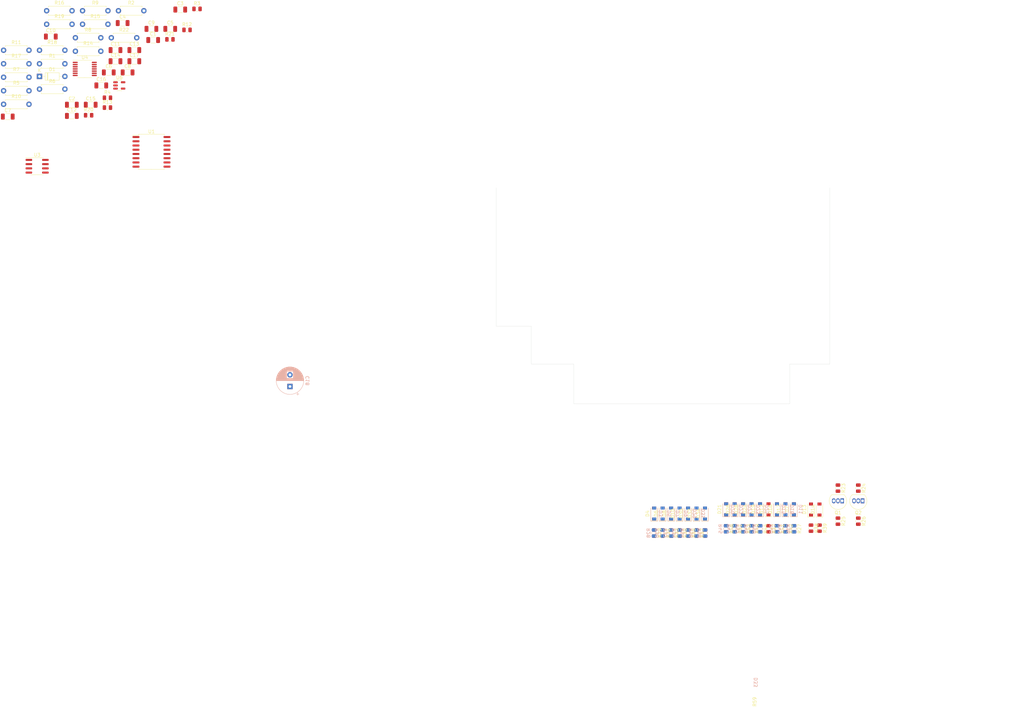
<source format=kicad_pcb>
(kicad_pcb (version 20211014) (generator pcbnew)
  (layers (0 "F.Cu" signal) (31 "B.Cu" signal) (34 "B.Paste" user) (35 "F.Paste" user) (36 "B.SilkS" user "B.Silkscreen") (37 "F.SilkS" user "F.Silkscreen") (38 "B.Mask" user) (39 "F.Mask" user) (44 "Edge.Cuts" user))
  (net 0 "")
  (net 1 "GND")
  (net 2 "/_~{IORQ}")
  (net 3 "/_D3")
  (net 4 "/_~{MERQ}")
  (net 5 "/_D2")
  (net 6 "/_~{RESET}")
  (net 7 "/_D1")
  (net 8 "/_~{BUSDIR}")
  (net 9 "/IRQ")
  (net 10 "/_D0")
  (net 11 "/WAIT")
  (net 12 "/_D4")
  (net 13 "/_D7")
  (net 14 "/_D5")
  (net 15 "/_D6")
  (net 16 "+3V3")
  (net 17 "+5V")
  (net 18 "/_A12")
  (net 19 "/_A11")
  (net 20 "/_A6")
  (net 21 "/_A13")
  (net 22 "/_A14")
  (net 23 "/_A2")
  (net 24 "/_~{RD}")
  (net 25 "/_A0")
  (net 26 "/_A3")
  (net 27 "/_A15")
  (net 28 "/SPI0_MOSI")
  (net 29 "/SPI0_MISO")
  (net 30 "/_A1")
  (net 31 "/SPI0_CLK")
  (net 32 "/SPI0_CS")
  (net 33 "/I2S_BCLK")
  (net 34 "/I2S_MCLK")
  (net 35 "/_A7")
  (net 36 "/_A8")
  (net 37 "/_A9")
  (net 38 "/_A10")
  (net 39 "/_~{SLTSL}")
  (net 40 "/_~{WR}")
  (net 41 "/I2S_DOUT")
  (net 42 "/_A5")
  (net 43 "/_A4")
  (net 44 "+5VA")
  (net 45 "/SND_R_RAW")
  (net 46 "Net-(C11-Pad2)")
  (net 47 "/SND_L_RAW")
  (net 48 "Net-(C12-Pad2)")
  (net 49 "/SPKR_R")
  (net 50 "/SPKR_L")
  (net 51 "/VIN")
  (net 52 "Net-(D1-Pad2)")
  (net 53 "/_~{M1}")
  (net 54 "/_~{RFSH}")
  (net 55 "Net-(J1-Pad4)")
  (net 56 "Net-(J1-Pad5)")
  (net 57 "Net-(J2-Pad1)")
  (net 58 "/COMPOSITE")
  (net 59 "Net-(Q1-Pad2)")
  (net 60 "/~{WAIT}")
  (net 61 "Net-(Q2-Pad2)")
  (net 62 "Net-(R5-Pad1)")
  (net 63 "Net-(R7-Pad2)")
  (net 64 "Net-(R8-Pad2)")
  (net 65 "Net-(R9-Pad2)")
  (net 66 "Net-(R19-Pad1)")
  (net 67 "/SND")
  (net 68 "/~{BUSDIR}")
  (net 69 "/D7")
  (net 70 "/D6")
  (net 71 "/D5")
  (net 72 "/D4")
  (net 73 "/D3")
  (net 74 "/D2")
  (net 75 "/D1")
  (net 76 "/D0")
  (net 77 "/~{M1}")
  (net 78 "/~{RESET}")
  (net 79 "/~{RFSH}")
  (net 80 "/~{SLTSL}")
  (net 81 "/~{WR}")
  (net 82 "/~{RD}")
  (net 83 "/~{MERQ}")
  (net 84 "/~{IORQ}")
  (net 85 "/A15")
  (net 86 "/A14")
  (net 87 "/A13")
  (net 88 "/A12")
  (net 89 "/A11")
  (net 90 "/A10")
  (net 91 "/A9")
  (net 92 "/A8")
  (net 93 "/A7")
  (net 94 "/A6")
  (net 95 "/A5")
  (net 96 "/A4")
  (net 97 "/A3")
  (net 98 "/A2")
  (net 99 "/A1")
  (net 100 "/A0")
  (net 110 "/~{INT}")
  (net 111 "Net-(R3-Pad2)")
  (net 112 "Net-(R4-Pad2)")
  (net 113 "Net-(R12-Pad1)")
  (net 114 "Net-(R12-Pad2)")
  (net 115 "Net-(R13-Pad1)")
  (net 116 "Net-(R20-Pad2)")
  (net 117 "Net-(R21-Pad1)")
  (footprint "Package_SO:TSSOP-14_4.4x5mm_P0.65mm" (layer "F.Cu") (at -23.444 49.544)
    (fp_text reference "U4" (at 0 -3.45) (layer "F.SilkS"))
    (fp_text value "MAX4395")
    (pad "1" smd roundrect (at -2.8625 -1.95) (size 1.475 0.4) (layers "F.Cu" "F.Paste" "F.Mask") (net 117 "Net-(R21-Pad1)"))
    (pad "2" smd roundrect (at -2.8625 -1.3) (size 1.475 0.4) (layers "F.Cu" "F.Paste" "F.Mask") (net 117 "Net-(R21-Pad1)"))
    (pad "3" smd roundrect (at -2.8625 -0.65) (size 1.475 0.4) (layers "F.Cu" "F.Paste" "F.Mask") (net 116 "Net-(R20-Pad2)"))
    (pad "4" smd roundrect (at -2.8625 0) (size 1.475 0.4) (layers "F.Cu" "F.Paste" "F.Mask") (net 44 "+5VA"))
    (pad "5" smd roundrect (at -2.8625 0.65) (size 1.475 0.4) (layers "F.Cu" "F.Paste" "F.Mask") (net 45 "/SND_R_RAW"))
    (pad "6" smd roundrect (at -2.8625 1.3) (size 1.475 0.4) (layers "F.Cu" "F.Paste" "F.Mask") (net 114 "Net-(R12-Pad2)"))
    (pad "7" smd roundrect (at -2.8625 1.95) (size 1.475 0.4) (layers "F.Cu" "F.Paste" "F.Mask") (net 114 "Net-(R12-Pad2)"))
    (pad "8" smd roundrect (at 2.8625 1.95) (size 1.475 0.4) (layers "F.Cu" "F.Paste" "F.Mask") (net 115 "Net-(R13-Pad1)"))
    (pad "9" smd roundrect (at 2.8625 1.3) (size 1.475 0.4) (layers "F.Cu" "F.Paste" "F.Mask") (net 115 "Net-(R13-Pad1)"))
    (pad "10" smd roundrect (at 2.8625 0.65) (size 1.475 0.4) (layers "F.Cu" "F.Paste" "F.Mask") (net 47 "/SND_L_RAW"))
    (pad "11" smd roundrect (at 2.8625 0) (size 1.475 0.4) (layers "F.Cu" "F.Paste" "F.Mask") (net 1 "GND"))
    (pad "12" smd roundrect (at 2.8625 -0.65) (size 1.475 0.4) (layers "F.Cu" "F.Paste" "F.Mask") (net 113 "Net-(R12-Pad1)"))
    (pad "13" smd roundrect (at 2.8625 -1.3) (size 1.475 0.4) (layers "F.Cu" "F.Paste" "F.Mask") (net 66 "Net-(R19-Pad1)"))
    (pad "14" smd roundrect (at 2.8625 -1.95) (size 1.475 0.4) (layers "F.Cu" "F.Paste" "F.Mask") (net 66 "Net-(R19-Pad1)"))
  )
  (footprint "Capacitor_SMD:C_1206_3216Metric" (layer "F.Cu") (at -18.484 54.494)
    (fp_text reference "C16" (at 0 -1.85) (layer "F.SilkS"))
    (fp_text value "1uF")
    (pad "1" smd roundrect (at -1.475 0) (size 1.15 1.8) (layers "F.Cu" "F.Paste" "F.Mask") (roundrect_rratio 0.217391) (net 51 "/VIN"))
    (pad "2" smd roundrect (at 1.475 0) (size 1.15 1.8) (layers "F.Cu" "F.Paste" "F.Mask") (roundrect_rratio 0.217391) (net 1 "GND"))
  )
  (footprint "Resistor_SMD:R_0805_2012Metric" (layer "F.Cu") (at 168.91 187.452 -90)
    (fp_text reference "R46" (at 0 -1.65 90) (layer "F.SilkS"))
    (fp_text value "330")
    (pad "1" smd roundrect (at -0.9125 0 270) (size 1.025 1.4) (layers "F.Cu" "F.Paste" "F.Mask") (roundrect_rratio 0.243902) (net 21 "/_A13"))
    (pad "2" smd roundrect (at 0.9125 0 270) (size 1.025 1.4) (layers "F.Cu" "F.Paste" "F.Mask") (roundrect_rratio 0.243902) (net 87 "/A13"))
  )
  (footprint "Resistor_SMD:R_0805_2012Metric" (layer "F.Cu") (at 152.4 188.722 -90)
    (fp_text reference "R33" (at 0 -1.65 90) (layer "F.SilkS"))
    (fp_text value "330")
    (pad "1" smd roundrect (at -0.9125 0 270) (size 1.025 1.4) (layers "F.Cu" "F.Paste" "F.Mask") (roundrect_rratio 0.243902) (net 5 "/_D2"))
    (pad "2" smd roundrect (at 0.9125 0 270) (size 1.025 1.4) (layers "F.Cu" "F.Paste" "F.Mask") (roundrect_rratio 0.243902) (net 74 "/D2"))
  )
  (footprint "Resistor_THT:R_Axial_DIN0207_L6.3mm_D2.5mm_P7.62mm_Horizontal" (layer "F.Cu") (at -34.874 32.094)
    (fp_text reference "R16" (at 3.81 -2.37) (layer "F.SilkS"))
    (fp_text value "10k")
    (pad "1" thru_hole circle (at 0 0) (size 1.6 1.6) (drill 0.8) (layers *.Cu *.Mask) (net 1 "GND"))
    (pad "2" thru_hole oval (at 7.62 0) (size 1.6 1.6) (drill 0.8) (layers *.Cu *.Mask) (net 48 "Net-(C12-Pad2)"))
  )
  (footprint "Resistor_SMD:R_0805_2012Metric" (layer "F.Cu") (at 179.07 187.452 -90)
    (fp_text reference "R44" (at 0 -1.65 90) (layer "F.SilkS"))
    (fp_text value "330")
    (pad "1" smd roundrect (at -0.9125 0 270) (size 1.025 1.4) (layers "F.Cu" "F.Paste" "F.Mask") (roundrect_rratio 0.243902) (net 27 "/_A15"))
    (pad "2" smd roundrect (at 0.9125 0 270) (size 1.025 1.4) (layers "F.Cu" "F.Paste" "F.Mask") (roundrect_rratio 0.243902) (net 85 "/A15"))
  )
  (footprint "Resistor_SMD:R_0805_2012Metric" (layer "F.Cu") (at 202.438 185.166 -90)
    (fp_text reference "R25" (at 0 -1.65 90) (layer "F.SilkS"))
    (fp_text value "2K2")
    (pad "1" smd roundrect (at -0.9125 0 270) (size 1.025 1.4) (layers "F.Cu" "F.Paste" "F.Mask") (roundrect_rratio 0.243902) (net 59 "Net-(Q1-Pad2)"))
    (pad "2" smd roundrect (at 0.9125 0 270) (size 1.025 1.4) (layers "F.Cu" "F.Paste" "F.Mask") (roundrect_rratio 0.243902) (net 16 "+3V3"))
  )
  (footprint "Resistor_SMD:R_0805_2012Metric" (layer "F.Cu") (at 173.99 187.452 -90)
    (fp_text reference "R53" (at 0 -1.65 90) (layer "F.SilkS"))
    (fp_text value "330")
    (pad "1" smd roundrect (at -0.9125 0 270) (size 1.025 1.4) (layers "F.Cu" "F.Paste" "F.Mask") (roundrect_rratio 0.243902) (net 20 "/_A6"))
    (pad "2" smd roundrect (at 0.9125 0 270) (size 1.025 1.4) (layers "F.Cu" "F.Paste" "F.Mask") (roundrect_rratio 0.243902) (net 94 "/A6"))
  )
  (footprint "Resistor_SMD:R_0805_2012Metric" (layer "F.Cu") (at -22.284 63.434)
    (fp_text reference "R20" (at 0 -1.65) (layer "F.SilkS"))
    (fp_text value "75")
    (pad "1" smd roundrect (at -0.9125 0) (size 1.025 1.4) (layers "F.Cu" "F.Paste" "F.Mask") (roundrect_rratio 0.243902) (net 57 "Net-(J2-Pad1)"))
    (pad "2" smd roundrect (at 0.9125 0) (size 1.025 1.4) (layers "F.Cu" "F.Paste" "F.Mask") (roundrect_rratio 0.243902) (net 116 "Net-(R20-Pad2)"))
  )
  (footprint "Diode_SMD:D_SOD-123" (layer "F.Cu") (at 154.94 182.88 90)
    (fp_text reference "D10" (at 0 -2 90) (layer "F.SilkS"))
    (fp_text value "BZT52C2V7-TP")
    (pad "1" smd rect (at -1.65 0 90) (size 0.9 1.2) (layers "F.Cu" "F.Paste" "F.Mask") (net 10 "/_D0"))
    (pad "2" smd rect (at 1.65 0 90) (size 0.9 1.2) (layers "F.Cu" "F.Paste" "F.Mask") (net 1 "GND"))
  )
  (footprint "Resistor_SMD:R_0805_2012Metric" (layer "F.Cu") (at 160.02 188.722 -90)
    (fp_text reference "R57" (at 0 -1.65 90) (layer "F.SilkS"))
    (fp_text value "330")
    (pad "1" smd roundrect (at -0.9125 0 270) (size 1.025 1.4) (layers "F.Cu" "F.Paste" "F.Mask") (roundrect_rratio 0.243902) (net 23 "/_A2"))
    (pad "2" smd roundrect (at 0.9125 0 270) (size 1.025 1.4) (layers "F.Cu" "F.Paste" "F.Mask") (roundrect_rratio 0.243902) (net 98 "/A2"))
  )
  (footprint "Resistor_SMD:R_0805_2012Metric" (layer "F.Cu") (at 194.352 187.262 -90)
    (fp_text reference "R38" (at 0 -1.65 90) (layer "F.SilkS"))
    (fp_text value "330")
    (pad "1" smd roundrect (at -0.9125 0 270) (size 1.025 1.4) (layers "F.Cu" "F.Paste" "F.Mask") (roundrect_rratio 0.243902) (net 54 "/_~{RFSH}"))
    (pad "2" smd roundrect (at 0.9125 0 270) (size 1.025 1.4) (layers "F.Cu" "F.Paste" "F.Mask") (roundrect_rratio 0.243902) (net 79 "/~{RFSH}"))
  )
  (footprint "Capacitor_SMD:C_1206_3216Metric" (layer "F.Cu") (at -3.454 37.534)
    (fp_text reference "C9" (at 0 -1.85) (layer "F.SilkS"))
    (fp_text value "1uF")
    (pad "1" smd roundrect (at -1.475 0) (size 1.15 1.8) (layers "F.Cu" "F.Paste" "F.Mask") (roundrect_rratio 0.217391) (net 17 "+5V"))
    (pad "2" smd roundrect (at 1.475 0) (size 1.15 1.8) (layers "F.Cu" "F.Paste" "F.Mask") (roundrect_rratio 0.217391) (net 1 "GND"))
  )
  (footprint "Resistor_SMD:R_0805_2012Metric" (layer "F.Cu") (at 149.86 188.722 -90)
    (fp_text reference "R31" (at 0 -1.65 90) (layer "F.SilkS"))
    (fp_text value "330")
    (pad "1" smd roundrect (at -0.9125 0 270) (size 1.025 1.4) (layers "F.Cu" "F.Paste" "F.Mask") (roundrect_rratio 0.243902) (net 12 "/_D4"))
    (pad "2" smd roundrect (at 0.9125 0 270) (size 1.025 1.4) (layers "F.Cu" "F.Paste" "F.Mask") (roundrect_rratio 0.243902) (net 72 "/D4"))
  )
  (footprint "Capacitor_SMD:C_1206_3216Metric" (layer "F.Cu") (at -10.594 50.594)
    (fp_text reference "C8" (at 0 -1.85) (layer "F.SilkS"))
    (fp_text value "0.1uF")
    (pad "1" smd roundrect (at -1.475 0) (size 1.15 1.8) (layers "F.Cu" "F.Paste" "F.Mask") (roundrect_rratio 0.217391) (net 44 "+5VA"))
    (pad "2" smd roundrect (at 1.475 0) (size 1.15 1.8) (layers "F.Cu" "F.Paste" "F.Mask") (roundrect_rratio 0.217391) (net 1 "GND"))
  )
  (footprint "Diode_SMD:D_SOD-123" (layer "F.Cu") (at 184.15 181.61 90)
    (fp_text reference "D16" (at 0 -2 90) (layer "F.SilkS"))
    (fp_text value "BZT52C2V7-TP")
    (pad "1" smd rect (at -1.65 0 90) (size 0.9 1.2) (layers "F.Cu" "F.Paste" "F.Mask") (net 24 "/_~{RD}"))
    (pad "2" smd rect (at 1.65 0 90) (size 0.9 1.2) (layers "F.Cu" "F.Paste" "F.Mask") (net 1 "GND"))
  )
  (footprint "Package_TO_SOT_THT:TO-92_Inline" (layer "F.Cu") (at 203.708 179.07 180)
    (fp_text reference "Q1" (at 1.27 -3.56) (layer "F.SilkS"))
    (fp_text value "2N3904")
    (pad "1" thru_hole rect (at 0 0 180) (size 1.05 1.5) (drill 0.75) (layers *.Cu *.Mask) (net 1 "GND"))
    (pad "2" thru_hole oval (at 1.27 0 180) (size 1.05 1.5) (drill 0.75) (layers *.Cu *.Mask) (net 59 "Net-(Q1-Pad2)"))
    (pad "3" thru_hole oval (at 2.54 0 180) (size 1.05 1.5) (drill 0.75) (layers *.Cu *.Mask) (net 60 "/~{WAIT}"))
  )
  (footprint "Resistor_SMD:R_0805_2012Metric" (layer "F.Cu") (at -16.634 58.194)
    (fp_text reference "R4" (at 0 -1.65) (layer "F.SilkS"))
    (fp_text value "330")
    (pad "1" smd roundrect (at -0.9125 0) (size 1.025 1.4) (layers "F.Cu" "F.Paste" "F.Mask") (roundrect_rratio 0.243902) (net 16 "+3V3"))
    (pad "2" smd roundrect (at 0.9125 0) (size 1.025 1.4) (layers "F.Cu" "F.Paste" "F.Mask") (roundrect_rratio 0.243902) (net 112 "Net-(R4-Pad2)"))
  )
  (footprint "Capacitor_SMD:C_1206_3216Metric" (layer "F.Cu") (at -8.574 43.894)
    (fp_text reference "C13" (at 0 -1.85) (layer "F.SilkS"))
    (fp_text value "10nF")
    (pad "1" smd roundrect (at -1.475 0) (size 1.15 1.8) (layers "F.Cu" "F.Paste" "F.Mask") (roundrect_rratio 0.217391) (net 49 "/SPKR_R"))
    (pad "2" smd roundrect (at 1.475 0) (size 1.15 1.8) (layers "F.Cu" "F.Paste" "F.Mask") (roundrect_rratio 0.217391) (net 1 "GND"))
  )
  (footprint "Resistor_THT:R_Axial_DIN0207_L6.3mm_D2.5mm_P7.62mm_Horizontal" (layer "F.Cu") (at -47.784 47.994)
    (fp_text reference "R17" (at 3.81 -2.37) (layer "F.SilkS"))
    (fp_text value "560")
    (pad "1" thru_hole circle (at 0 0) (size 1.6 1.6) (drill 0.8) (layers *.Cu *.Mask) (net 46 "Net-(C11-Pad2)"))
    (pad "2" thru_hole oval (at 7.62 0) (size 1.6 1.6) (drill 0.8) (layers *.Cu *.Mask) (net 49 "/SPKR_R"))
  )
  (footprint "Resistor_SMD:R_0805_2012Metric" (layer "F.Cu") (at 2.106 40.684)
    (fp_text reference "R21" (at 0 -1.65) (layer "F.SilkS"))
    (fp_text value "75")
    (pad "1" smd roundrect (at -0.9125 0) (size 1.025 1.4) (layers "F.Cu" "F.Paste" "F.Mask") (roundrect_rratio 0.243902) (net 117 "Net-(R21-Pad1)"))
    (pad "2" smd roundrect (at 0.9125 0) (size 1.025 1.4) (layers "F.Cu" "F.Paste" "F.Mask") (roundrect_rratio 0.243902) (net 58 "/COMPOSITE"))
  )
  (footprint "Diode_SMD:D_SOD-123" (layer "F.Cu") (at 181.61 181.61 90)
    (fp_text reference "D12" (at 0 -2 90) (layer "F.SilkS"))
    (fp_text value "BZT52C2V7-TP")
    (pad "1" smd rect (at -1.65 0 90) (size 0.9 1.2) (layers "F.Cu" "F.Paste" "F.Mask") (net 6 "/_~{RESET}"))
    (pad "2" smd rect (at 1.65 0 90) (size 0.9 1.2) (layers "F.Cu" "F.Paste" "F.Mask") (net 1 "GND"))
  )
  (footprint "Capacitor_SMD:C_1206_3216Metric" (layer "F.Cu") (at 5.196 31.744)
    (fp_text reference "C3" (at 0 -1.85) (layer "F.SilkS"))
    (fp_text value "1uF")
    (pad "1" smd roundrect (at -1.475 0) (size 1.15 1.8) (layers "F.Cu" "F.Paste" "F.Mask") (roundrect_rratio 0.217391) (net 16 "+3V3"))
    (pad "2" smd roundrect (at 1.475 0) (size 1.15 1.8) (layers "F.Cu" "F.Paste" "F.Mask") (roundrect_rratio 0.217391) (net 1 "GND"))
  )
  (footprint "Resistor_SMD:R_0805_2012Metric" (layer "F.Cu") (at 202.438 175.26 -90)
    (fp_text reference "R23" (at 0 -1.65 90) (layer "F.SilkS"))
    (fp_text value "330")
    (pad "1" smd roundrect (at -0.9125 0 270) (size 1.025 1.4) (layers "F.Cu" "F.Paste" "F.Mask") (roundrect_rratio 0.243902) (net 11 "/WAIT"))
    (pad "2" smd roundrect (at 0.9125 0 270) (size 1.025 1.4) (layers "F.Cu" "F.Paste" "F.Mask") (roundrect_rratio 0.243902) (net 59 "Net-(Q1-Pad2)"))
  )
  (footprint "Package_SO:SOIC-16W_7.5x10.3mm_P1.27mm" (layer "F.Cu") (at -3.432 74.412)
    (fp_text reference "U1" (at 0 -6.1) (layer "F.SilkS"))
    (fp_text value "MT25QL01GBBB")
    (pad "1" smd roundrect (at -4.65 -4.445) (size 2.05 0.6) (layers "F.Cu" "F.Paste" "F.Mask") (net 112 "Net-(R4-Pad2)"))
    (pad "2" smd roundrect (at -4.65 -3.175) (size 2.05 0.6) (layers "F.Cu" "F.Paste" "F.Mask") (net 16 "+3V3"))
    (pad "3" smd roundrect (at -4.65 -1.905) (size 2.05 0.6) (layers "F.Cu" "F.Paste" "F.Mask"))
    (pad "4" smd roundrect (at -4.65 -0.635) (size 2.05 0.6) (layers "F.Cu" "F.Paste" "F.Mask"))
    (pad "5" smd roundrect (at -4.65 0.635) (size 2.05 0.6) (layers "F.Cu" "F.Paste" "F.Mask"))
    (pad "6" smd roundrect (at -4.65 1.905) (size 2.05 0.6) (layers "F.Cu" "F.Paste" "F.Mask"))
    (pad "7" smd roundrect (at -4.65 3.175) (size 2.05 0.6) (layers "F.Cu" "F.Paste" "F.Mask") (net 32 "/SPI0_CS"))
    (pad "8" smd roundrect (at -4.65 4.445) (size 2.05 0.6) (layers "F.Cu" "F.Paste" "F.Mask") (net 29 "/SPI0_MISO"))
    (pad "9" smd roundrect (at 4.65 4.445) (size 2.05 0.6) (layers "F.Cu" "F.Paste" "F.Mask") (net 111 "Net-(R3-Pad2)"))
    (pad "10" smd roundrect (at 4.65 3.175) (size 2.05 0.6) (layers "F.Cu" "F.Paste" "F.Mask") (net 1 "GND"))
    (pad "11" smd roundrect (at 4.65 1.905) (size 2.05 0.6) (layers "F.Cu" "F.Paste" "F.Mask"))
    (pad "12" smd roundrect (at 4.65 0.635) (size 2.05 0.6) (layers "F.Cu" "F.Paste" "F.Mask"))
    (pad "13" smd roundrect (at 4.65 -0.635) (size 2.05 0.6) (layers "F.Cu" "F.Paste" "F.Mask"))
    (pad "14" smd roundrect (at 4.65 -1.905) (size 2.05 0.6) (layers "F.Cu" "F.Paste" "F.Mask"))
    (pad "15" smd roundrect (at 4.65 -3.175) (size 2.05 0.6) (layers "F.Cu" "F.Paste" "F.Mask") (net 28 "/SPI0_MOSI"))
    (pad "16" smd roundrect (at 4.65 -4.445) (size 2.05 0.6) (layers "F.Cu" "F.Paste" "F.Mask") (net 31 "/SPI0_CLK"))
  )
  (footprint "Diode_SMD:D_SOD-123" (layer "F.Cu") (at 186.69 181.61 90)
    (fp_text reference "D17" (at 0 -2 90) (layer "F.SilkS"))
    (fp_text value "BZT52C2V7-TP")
    (pad "1" smd rect (at -1.65 0 90) (size 0.9 1.2) (layers "F.Cu" "F.Paste" "F.Mask") (net 4 "/_~{MERQ}"))
    (pad "2" smd rect (at 1.65 0 90) (size 0.9 1.2) (layers "F.Cu" "F.Paste" "F.Mask") (net 1 "GND"))
  )
  (footprint "Diode_SMD:D_SOD-123" (layer "F.Cu") (at 194.352 181.674 90)
    (fp_text reference "D13" (at 0 -2 90) (layer "F.SilkS"))
    (fp_text value "BZT52C2V7-TP")
    (pad "1" smd rect (at -1.65 0 90) (size 0.9 1.2) (layers "F.Cu" "F.Paste" "F.Mask") (net 54 "/_~{RFSH}"))
    (pad "2" smd rect (at 1.65 0 90) (size 0.9 1.2) (layers "F.Cu" "F.Paste" "F.Mask") (net 1 "GND"))
  )
  (footprint "Resistor_SMD:R_0805_2012Metric" (layer "F.Cu") (at 181.61 187.452 -90)
    (fp_text reference "R37" (at 0 -1.65 90) (layer "F.SilkS"))
    (fp_text value "330")
    (pad "1" smd roundrect (at -0.9125 0 270) (size 1.025 1.4) (layers "F.Cu" "F.Paste" "F.Mask") (roundrect_rratio 0.243902) (net 6 "/_~{RESET}"))
    (pad "2" smd roundrect (at 0.9125 0 270) (size 1.025 1.4) (layers "F.Cu" "F.Paste" "F.Mask") (roundrect_rratio 0.243902) (net 78 "/~{RESET}"))
  )
  (footprint "Diode_SMD:D_SOD-123" (layer "F.Cu") (at 179.07 181.61 90)
    (fp_text reference "D19" (at 0 -2 90) (layer "F.SilkS"))
    (fp_text value "BZT52C2V7-TP")
    (pad "1" smd rect (at -1.65 0 90) (size 0.9 1.2) (layers "F.Cu" "F.Paste" "F.Mask") (net 27 "/_A15"))
    (pad "2" smd rect (at 1.65 0 90) (size 0.9 1.2) (layers "F.Cu" "F.Paste" "F.Mask") (net 1 "GND"))
  )
  (footprint "Resistor_THT:R_Axial_DIN0207_L6.3mm_D2.5mm_P7.62mm_Horizontal" (layer "F.Cu") (at -34.874 36.144)
    (fp_text reference "R19" (at 3.81 -2.37) (layer "F.SilkS"))
    (fp_text value "560")
    (pad "1" thru_hole circle (at 0 0) (size 1.6 1.6) (drill 0.8) (layers *.Cu *.Mask) (net 66 "Net-(R19-Pad1)"))
    (pad "2" thru_hole oval (at 7.62 0) (size 1.6 1.6) (drill 0.8) (layers *.Cu *.Mask) (net 67 "/SND"))
  )
  (footprint "Resistor_THT:R_Axial_DIN0207_L6.3mm_D2.5mm_P7.62mm_Horizontal" (layer "F.Cu") (at -47.784 43.944)
    (fp_text reference "R11" (at 3.81 -2.37) (layer "F.SilkS"))
    (fp_text value "267k")
    (pad "1" thru_hole circle (at 0 0) (size 1.6 1.6) (drill 0.8) (layers *.Cu *.Mask) (net 1 "GND"))
    (pad "2" thru_hole oval (at 7.62 0) (size 1.6 1.6) (drill 0.8) (layers *.Cu *.Mask) (net 47 "/SND_L_RAW"))
  )
  (footprint "Resistor_SMD:R_0805_2012Metric" (layer "F.Cu") (at 7.226 37.844)
    (fp_text reference "R12" (at 0 -1.65) (layer "F.SilkS"))
    (fp_text value "2K2")
    (pad "1" smd roundrect (at -0.9125 0) (size 1.025 1.4) (layers "F.Cu" "F.Paste" "F.Mask") (roundrect_rratio 0.243902) (net 113 "Net-(R12-Pad1)"))
    (pad "2" smd roundrect (at 0.9125 0) (size 1.025 1.4) (layers "F.Cu" "F.Paste" "F.Mask") (roundrect_rratio 0.243902) (net 114 "Net-(R12-Pad2)"))
  )
  (footprint "Resistor_SMD:R_0805_2012Metric" (layer "F.Cu") (at 208.534 185.166 -90)
    (fp_text reference "R26" (at 0 -1.65 90) (layer "F.SilkS"))
    (fp_text value "2K2")
    (pad "1" smd roundrect (at -0.9125 0 270) (size 1.025 1.4) (layers "F.Cu" "F.Paste" "F.Mask") (roundrect_rratio 0.243902) (net 61 "Net-(Q2-Pad2)"))
    (pad "2" smd roundrect (at 0.9125 0 270) (size 1.025 1.4) (layers "F.Cu" "F.Paste" "F.Mask") (roundrect_rratio 0.243902) (net 16 "+3V3"))
  )
  (footprint "Resistor_SMD:R_0805_2012Metric" (layer "F.Cu") (at 184.15 187.452 -90)
    (fp_text reference "R41" (at 0 -1.65 90) (layer "F.SilkS"))
    (fp_text value "330")
    (pad "1" smd roundrect (at -0.9125 0 270) (size 1.025 1.4) (layers "F.Cu" "F.Paste" "F.Mask") (roundrect_rratio 0.243902) (net 24 "/_~{RD}"))
    (pad "2" smd roundrect (at 0.9125 0 270) (size 1.025 1.4) (layers "F.Cu" "F.Paste" "F.Mask") (roundrect_rratio 0.243902) (net 82 "/~{RD}"))
  )
  (footprint "Diode_SMD:D_SOD-123" (layer "F.Cu") (at 173.99 181.61 90)
    (fp_text reference "D28" (at 0 -2 90) (layer "F.SilkS"))
    (fp_text value "BZT52C2V7-TP")
    (pad "1" smd rect (at -1.65 0 90) (size 0.9 1.2) (layers "F.Cu" "F.Paste" "F.Mask") (net 20 "/_A6"))
    (pad "2" smd rect (at 1.65 0 90) (size 0.9 1.2) (layers "F.Cu" "F.Paste" "F.Mask") (net 1 "GND"))
  )
  (footprint "Diode_SMD:D_SOD-123" (layer "F.Cu") (at 152.4 182.88 90)
    (fp_text reference "D8" (at 0 -2 90) (layer "F.SilkS"))
    (fp_text value "BZT52C2V7-TP")
    (pad "1" smd rect (at -1.65 0 90) (size 0.9 1.2) (layers "F.Cu" "F.Paste" "F.Mask") (net 5 "/_D2"))
    (pad "2" smd rect (at 1.65 0 90) (size 0.9 1.2) (layers "F.Cu" "F.Paste" "F.Mask") (net 1 "GND"))
  )
  (footprint "Capacitor_SMD:C_1206_3216Metric" (layer "F.Cu") (at -8.574 47.244)
    (fp_text reference "C17" (at 0 -1.85) (layer "F.SilkS"))
    (fp_text value "1uF")
    (pad "1" smd roundrect (at -1.475 0) (size 1.15 1.8) (layers "F.Cu" "F.Paste" "F.Mask") (roundrect_rratio 0.217391) (net 17 "+5V"))
    (pad "2" smd roundrect (at 1.475 0) (size 1.15 1.8) (layers "F.Cu" "F.Paste" "F.Mask") (roundrect_rratio 0.217391) (net 1 "GND"))
  )
  (footprint "Resistor_SMD:R_0805_2012Metric" (layer "F.Cu") (at 10.226 31.544)
    (fp_text reference "R3" (at 0 -1.65) (layer "F.SilkS"))
    (fp_text value "330")
    (pad "1" smd roundrect (at -0.9125 0) (size 1.025 1.4) (layers "F.Cu" "F.Paste" "F.Mask") (roundrect_rratio 0.243902) (net 16 "+3V3"))
    (pad "2" smd roundrect (at 0.9125 0) (size 1.025 1.4) (layers "F.Cu" "F.Paste" "F.Mask") (roundrect_rratio 0.243902) (net 111 "Net-(R3-Pad2)"))
  )
  (footprint "Resistor_THT:R_Axial_DIN0207_L6.3mm_D2.5mm_P7.62mm_Horizontal" (layer "F.Cu") (at -37.014 43.944)
    (fp_text reference "R18" (at 3.81 -2.37) (layer "F.SilkS"))
    (fp_text value "560")
    (pad "1" thru_hole circle (at 0 0) (size 1.6 1.6) (drill 0.8) (layers *.Cu *.Mask) (net 48 "Net-(C12-Pad2)"))
    (pad "2" thru_hole oval (at 7.62 0) (size 1.6 1.6) (drill 0.8) (layers *.Cu *.Mask) (net 50 "/SPKR_L"))
  )
  (footprint "Diode_SMD:D_SOD-123" (layer "F.Cu") (at 196.892 181.674 90)
    (fp_text reference "D14" (at 0 -2 90) (layer "F.SilkS"))
    (fp_text value "BZT52C2V7-TP")
    (pad "1" smd rect (at -1.65 0 90) (size 0.9 1.2) (layers "F.Cu" "F.Paste" "F.Mask") (net 39 "/_~{SLTSL}"))
    (pad "2" smd rect (at 1.65 0 90) (size 0.9 1.2) (layers "F.Cu" "F.Paste" "F.Mask") (net 1 "GND"))
  )
  (footprint "Resistor_SMD:R_0805_2012Metric" (layer "F.Cu") (at 157.48 188.722 -90)
    (fp_text reference "R55" (at 0 -1.65 90) (layer "F.SilkS"))
    (fp_text value "330")
    (pad "1" smd roundrect (at -0.9125 0 270) (size 1.025 1.4) (layers "F.Cu" "F.Paste" "F.Mask") (roundrect_rratio 0.243902) (net 43 "/_A4"))
    (pad "2" smd roundrect (at 0.9125 0 270) (size 1.025 1.4) (layers "F.Cu" "F.Paste" "F.Mask") (roundrect_rratio 0.243902) (net 96 "/A4"))
  )
  (footprint "Resistor_SMD:R_0805_2012Metric" (layer "F.Cu") (at 189.23 187.452 -90)
    (fp_text reference "R27" (at 0 -1.65 90) (layer "F.SilkS"))
    (fp_text value "330")
    (pad "1" smd roundrect (at -0.9125 0 270) (size 1.025 1.4) (layers "F.Cu" "F.Paste" "F.Mask") (roundrect_rratio 0.243902) (net 8 "/_~{BUSDIR}"))
    (pad "2" smd roundrect (at 0.9125 0 270) (size 1.025 1.4) (layers "F.Cu" "F.Paste" "F.Mask") (roundrect_rratio 0.243902) (net 68 "/~{BUSDIR}"))
  )
  (footprint "Resistor_THT:R_Axial_DIN0207_L6.3mm_D2.5mm_P7.62mm_Horizontal" (layer "F.Cu") (at -26.244 44.244)
    (fp_text reference "R14" (at 3.81 -2.37) (layer "F.SilkS"))
    (fp_text value "0")
    (pad "1" thru_hole circle (at 0 0) (size 1.6 1.6) (drill 0.8) (layers *.Cu *.Mask) (net 52 "Net-(D1-Pad2)"))
    (pad "2" thru_hole oval (at 7.62 0) (size 1.6 1.6) (drill 0.8) (layers *.Cu *.Mask) (net 17 "+5V"))
  )
  (footprint "Resistor_SMD:R_0805_2012Metric" (layer "F.Cu") (at 176.53 187.452 -90)
    (fp_text reference "R49" (at 0 -1.65 90) (layer "F.SilkS"))
    (fp_text value "330")
    (pad "1" smd roundrect (at -0.9125 0 270) (size 1.025 1.4) (layers "F.Cu" "F.Paste" "F.Mask") (roundrect_rratio 0.243902) (net 38 "/_A10"))
    (pad "2" smd roundrect (at 0.9125 0 270) (size 1.025 1.4) (layers "F.Cu" "F.Paste" "F.Mask") (roundrect_rratio 0.243902) (net 90 "/A10"))
  )
  (footprint "Diode_SMD:D_SOD-123" (layer "F.Cu") (at 157.48 182.88 90)
    (fp_text reference "D30" (at 0 -2 90) (layer "F.SilkS"))
    (fp_text value "BZT52C2V7-TP")
    (pad "1" smd rect (at -1.65 0 90) (size 0.9 1.2) (layers "F.Cu" "F.Paste" "F.Mask") (net 43 "/_A4"))
    (pad "2" smd rect (at 1.65 0 90) (size 0.9 1.2) (layers "F.Cu" "F.Paste" "F.Mask") (net 1 "GND"))
  )
  (footprint "Capacitor_SMD:C_1206_3216Metric" (layer "F.Cu") (at -12.084 35.794)
    (fp_text reference "C4" (at 0 -1.85) (layer "F.SilkS"))
    (fp_text value "10uF")
    (pad "1" smd roundrect (at -1.475 0) (size 1.15 1.8) (layers "F.Cu" "F.Paste" "F.Mask") (roundrect_rratio 0.217391) (net 44 "+5VA"))
    (pad "2" smd roundrect (at 1.475 0) (size 1.15 1.8) (layers "F.Cu" "F.Paste" "F.Mask") (roundrect_rratio 0.217391) (net 1 "GND"))
  )
  (footprint "Diode_SMD:D_SOD-123" (layer "F.Cu") (at 147.32 182.88 90)
    (fp_text reference "D4" (at 0 -2 90) (layer "F.SilkS"))
    (fp_text value "BZT52C2V7-TP")
    (pad "1" smd rect (at -1.65 0 90) (size 0.9 1.2) (layers "F.Cu" "F.Paste" "F.Mask") (net 15 "/_D6"))
    (pad "2" smd rect (at 1.65 0 90) (size 0.9 1.2) (layers "F.Cu" "F.Paste" "F.Mask") (net 1 "GND"))
  )
  (footprint "Diode_SMD:D_SOD-123" (layer "F.Cu") (at 168.91 181.61 90)
    (fp_text reference "D21" (at 0 -2 90) (layer "F.SilkS"))
    (fp_text value "BZT52C2V7-TP")
    (pad "1" smd rect (at -1.65 0 90) (size 0.9 1.2) (layers "F.Cu" "F.Paste" "F.Mask") (net 21 "/_A13"))
    (pad "2" smd rect (at 1.65 0 90) (size 0.9 1.2) (layers "F.Cu" "F.Paste" "F.Mask") (net 1 "GND"))
  )
  (footprint "Resistor_SMD:R_0805_2012Metric" (layer "F.Cu") (at 196.892 187.262 -90)
    (fp_text reference "R39" (at 0 -1.65 90) (layer "F.SilkS"))
    (fp_text value "330")
    (pad "1" smd roundrect (at -0.9125 0 270) (size 1.025 1.4) (layers "F.Cu" "F.Paste" "F.Mask") (roundrect_rratio 0.243902) (net 39 "/_~{SLTSL}"))
    (pad "2" smd roundrect (at 0.9125 0 270) (size 1.025 1.4) (layers "F.Cu" "F.Paste" "F.Mask") (roundrect_rratio 0.243902) (net 80 "/~{SLTSL}"))
  )
  (footprint "Capacitor_SMD:C_1206_3216Metric" (layer "F.Cu") (at -33.624 39.844)
    (fp_text reference "C10" (at 0 -1.85) (layer "F.SilkS"))
    (fp_text value "1uF")
    (pad "1" smd roundrect (at -1.475 0) (size 1.15 1.8) (layers "F.Cu" "F.Paste" "F.Mask") (roundrect_rratio 0.217391) (net 16 "+3V3"))
    (pad "2" smd roundrect (at 1.475 0) (size 1.15 1.8) (layers "F.Cu" "F.Paste" "F.Mask") (roundrect_rratio 0.217391) (net 1 "GND"))
  )
  (footprint "Diode_SMD:D_SOD-123" (layer "F.Cu") (at 189.23 181.61 90)
    (fp_text reference "D2" (at 0 -2 90) (layer "F.SilkS"))
    (fp_text value "BZT52C2V7-TP")
    (pad "1" smd rect (at -1.65 0 90) (size 0.9 1.2) (layers "F.Cu" "F.Paste" "F.Mask") (net 8 "/_~{BUSDIR}"))
    (pad "2" smd rect (at 1.65 0 90) (size 0.9 1.2) (layers "F.Cu" "F.Paste" "F.Mask") (net 1 "GND"))
  )
  (footprint "Resistor_SMD:R_0805_2012Metric" (layer "F.Cu") (at 147.32 188.722 -90)
    (fp_text reference "R29" (at 0 -1.65 90) (layer "F.SilkS"))
    (fp_text value "330")
    (pad "1" smd roundrect (at -0.9125 0 270) (size 1.025 1.4) (layers "F.Cu" "F.Paste" "F.Mask") (roundrect_rratio 0.243902) (net 15 "/_D6"))
    (pad "2" smd roundrect (at 0.9125 0 270) (size 1.025 1.4) (layers "F.Cu" "F.Paste" "F.Mask") (roundrect_rratio 0.243902) (net 70 "/D6"))
  )
  (footprint "Resistor_SMD:R_0805_2012Metric" (layer "F.Cu") (at -16.634 61.144)
    (fp_text reference "R13" (at 0 -1.65) (layer "F.SilkS"))
    (fp_text value "2K2")
    (pad "1" smd roundrect (at -0.9125 0) (size 1.025 1.4) (layers "F.Cu" "F.Paste" "F.Mask") (roundrect_rratio 0.243902) (net 115 "Net-(R13-Pad1)"))
    (pad "2" smd roundrect (at 0.9125 0) (size 1.025 1.4) (layers "F.Cu" "F.Paste" "F.Mask") (roundrect_rratio 0.243902) (net 113 "Net-(R12-Pad1)"))
  )
  (footprint "Capacitor_SMD:C_1206_3216Metric" (layer "F.Cu") (at -16.244 50.594)
    (fp_text reference "C6" (at 0 -1.85) (layer "F.SilkS"))
    (fp_text value "1uF")
    (pad "1" smd roundrect (at -1.475 0) (size 1.15 1.8) (layers "F.Cu" "F.Paste" "F.Mask") (roundrect_rratio 0.217391) (net 44 "+5VA"))
    (pad "2" smd roundrect (at 1.475 0) (size 1.15 1.8) (layers "F.Cu" "F.Paste" "F.Mask") (roundrect_rratio 0.217391) (net 1 "GND"))
  )
  (footprint "Capacitor_SMD:C_1206_3216Metric" (layer "F.Cu") (at -14.224 43.894)
    (fp_text reference "C11" (at 0 -1.85) (layer "F.SilkS"))
    (fp_text value "3.3uF")
    (pad "1" smd roundrect (at -1.475 0) (size 1.15 1.8) (layers "F.Cu" "F.Paste" "F.Mask") (roundrect_rratio 0.217391) (net 45 "/SND_R_RAW"))
    (pad "2" smd roundrect (at 1.475 0) (size 1.15 1.8) (layers "F.Cu" "F.Paste" "F.Mask") (roundrect_rratio 0.217391) (net 46 "Net-(C11-Pad2)"))
  )
  (footprint "Capacitor_SMD:C_1206_3216Metric" (layer "F.Cu") (at -27.314 63.634)
    (fp_text reference "C12" (at 0 -1.85) (layer "F.SilkS"))
    (fp_text value "3.3uF")
    (pad "1" smd roundrect (at -1.475 0) (size 1.15 1.8) (layers "F.Cu" "F.Paste" "F.Mask") (roundrect_rratio 0.217391) (net 47 "/SND_L_RAW"))
    (pad "2" smd roundrect (at 1.475 0) (size 1.15 1.8) (layers "F.Cu" "F.Paste" "F.Mask") (roundrect_rratio 0.217391) (net 48 "Net-(C12-Pad2)"))
  )
  (footprint "Resistor_SMD:R_0805_2012Metric" (layer "F.Cu") (at 154.94 188.722 -90)
    (fp_text reference "R35" (at 0 -1.65 90) (layer "F.SilkS"))
    (fp_text value "330")
    (pad "1" smd roundrect (at -0.9125 0 270) (size 1.025 1.4) (layers "F.Cu" "F.Paste" "F.Mask") (roundrect_rratio 0.243902) (net 10 "/_D0"))
    (pad "2" smd roundrect (at 0.9125 0 270) (size 1.025 1.4) (layers "F.Cu" "F.Paste" "F.Mask") (roundrect_rratio 0.243902) (net 76 "/D0"))
  )
  (footprint "Diode_SMD:D_SOD-123" (layer "F.Cu") (at 176.53 181.61 90)
    (fp_text reference "D24" (at 0 -2 90) (layer "F.SilkS"))
    (fp_text value "BZT52C2V7-TP")
    (pad "1" smd rect (at -1.65 0 90) (size 0.9 1.2) (layers "F.Cu" "F.Paste" "F.Mask") (net 38 "/_A10"))
    (pad "2" smd rect (at 1.65 0 90) (size 0.9 1.2) (layers "F.Cu" "F.Paste" "F.Mask") (net 1 "GND"))
  )
  (footprint "Resistor_THT:R_Axial_DIN0207_L6.3mm_D2.5mm_P7.62mm_Horizontal" (layer "F.Cu") (at -24.104 32.094)
    (fp_text reference "R9" (at 3.81 -2.37) (layer "F.SilkS"))
    (fp_text value "0")
    (pad "1" thru_hole circle (at 0 0) (size 1.6 1.6) (drill 0.8) (layers *.Cu *.Mask) (net 34 "/I2S_MCLK"))
    (pad "2" thru_hole oval (at 7.62 0) (size 1.6 1.6) (drill 0.8) (layers *.Cu *.Mask) (net 65 "Net-(R9-Pad2)"))
  )
  (footprint "Capacitor_SMD:C_1206_3216Metric" (layer "F.Cu") (at -27.314 60.284)
    (fp_text reference "C2" (at 0 -1.85) (layer "F.SilkS"))
    (fp_text value "1uF")
    (pad "1" smd roundrect (at -1.475 0) (size 1.15 1.8) (layers "F.Cu" "F.Paste" "F.Mask") (roundrect_rratio 0.217391) (net 16 "+3V3"))
    (pad "2" smd roundrect (at 1.475 0) (size 1.15 1.8) (layers "F.Cu" "F.Paste" "F.Mask") (roundrect_rratio 0.217391) (net 1 "GND"))
  )
  (footprint "Diode_SMD:D_SOD-123" (layer "F.Cu") (at 162.56 182.88 90)
    (fp_text reference "D34" (at 0 -2 90) (layer "F.SilkS"))
    (fp_text value "BZT52C2V7-TP")
    (pad "1" smd rect (at -1.65 0 90) (size 0.9 1.2) (layers "F.Cu" "F.Paste" "F.Mask") (net 25 "/_A0"))
    (pad "2" smd rect (at 1.65 0 90) (size 0.9 1.2) (layers "F.Cu" "F.Paste" "F.Mask") (net 1 "GND"))
  )
  (footprint "Capacitor_SMD:C_1206_3216Metric" (layer "F.Cu") (at -21.664 60.284)
    (fp_text reference "C15" (at 0 -1.85) (layer "F.SilkS"))
    (fp_text value "1uF")
    (pad "1" smd roundrect (at -1.475 0) (size 1.15 1.8) (layers "F.Cu" "F.Paste" "F.Mask") (roundrect_rratio 0.217391) (net 16 "+3V3"))
    (pad "2" smd roundrect (at 1.475 0) (size 1.15 1.8) (layers "F.Cu" "F.Paste" "F.Mask") (roundrect_rratio 0.217391) (net 1 "GND"))
  )
  (footprint "Resistor_THT:R_Axial_DIN0207_L6.3mm_D2.5mm_P7.62mm_Horizontal" (layer "F.Cu") (at -47.784 56.094)
    (fp_text reference "R5" (at 3.81 -2.37) (layer "F.SilkS"))
    (fp_text value "10k")
    (pad "1" thru_hole circle (at 0 0) (size 1.6 1.6) (drill 0.8) (layers *.Cu *.Mask) (net 62 "Net-(R5-Pad1)"))
    (pad "2" thru_hole oval (at 7.62 0) (size 1.6 1.6) (drill 0.8) (layers *.Cu *.Mask) (net 44 "+5VA"))
  )
  (footprint "Capacitor_SMD:C_1206_3216Metric" (layer "F.Cu") (at -14.224 47.244)
    (fp_text reference "C14" (at 0 -1.85) (layer "F.SilkS"))
    (fp_text value "10nF")
    (pad "1" smd roundrect (at -1.475 0) (size 1.15 1.8) (layers "F.Cu" "F.Paste" "F.Mask") (roundrect_rratio 0.217391) (net 50 "/SPKR_L"))
    (pad "2" smd roundrect (at 1.475 0) (size 1.15 1.8) (layers "F.Cu" "F.Paste" "F.Mask") (roundrect_rratio 0.217391) (net 1 "GND"))
  )
  (footprint "Resistor_THT:R_Axial_DIN0207_L6.3mm_D2.5mm_P7.62mm_Horizontal" (layer "F.Cu") (at -26.244 40.194)
    (fp_text reference "R8" (at 3.81 -2.37) (layer "F.SilkS"))
    (fp_text value "0")
    (pad "1" thru_hole circle (at 0 0) (size 1.6 1.6) (drill 0.8) (layers *.Cu *.Mask) (net 33 "/I2S_BCLK"))
    (pad "2" thru_hole oval (at 7.62 0) (size 1.6 1.6) (drill 0.8) (layers *.Cu *.Mask) (net 64 "Net-(R8-Pad2)"))
  )
  (footprint "Resistor_SMD:R_0805_2012Metric" (layer "F.Cu") (at 171.45 187.452 -90)
    (fp_text reference "R51" (at 0 -1.65 90) (layer "F.SilkS"))
    (fp_text value "330")
    (pad "1" smd roundrect (at -0.9125 0 270) (size 1.025 1.4) (layers "F.Cu" "F.Paste" "F.Mask") (roundrect_rratio 0.243902) (net 36 "/_A8"))
    (pad "2" smd roundrect (at 0.9125 0 270) (size 1.025 1.4) (layers "F.Cu" "F.Paste" "F.Mask") (roundrect_rratio 0.243902) (net 92 "/A8"))
  )
  (footprint "Diode_SMD:D_SOD-123" (layer "F.Cu") (at 149.86 182.88 90)
    (fp_text reference "D6" (at 0 -2 90) (layer "F.SilkS"))
    (fp_text value "BZT52C2V7-TP")
    (pad "1" smd rect (at -1.65 0 90) (size 0.9 1.2) (layers "F.Cu" "F.Paste" "F.Mask") (net 12 "/_D4"))
    (pad "2" smd rect (at 1.65 0 90) (size 0.9 1.2) (layers "F.Cu" "F.Paste" "F.Mask") (net 1 "GND"))
  )
  (footprint "Package_SO:SOIC-8_3.9x4.9mm_P1.27mm" (layer "F.Cu") (at -37.722 78.73)
    (fp_text reference "U3" (at 0 -3.4) (layer "F.SilkS"))
    (fp_text value "CS4334")
    (pad "1" smd roundrect (at -2.475 -1.905) (size 1.95 0.6) (layers "F.Cu" "F.Paste" "F.Mask") (net 63 "Net-(R7-Pad2)"))
    (pad "2" smd roundrect (at -2.475 -0.635) (size 1.95 0.6) (layers "F.Cu" "F.Paste" "F.Mask") (net 62 "Net-(R5-Pad1)"))
    (pad "3" smd roundrect (at -2.475 0.635) (size 1.95 0.6) (layers "F.Cu" "F.Paste" "F.Mask") (net 64 "Net-(R8-Pad2)"))
    (pad "4" smd roundrect (at -2.475 1.905) (size 1.95 0.6) (layers "F.Cu" "F.Paste" "F.Mask") (net 65 "Net-(R9-Pad2)"))
    (pad "5" smd roundrect (at 2.475 1.905) (size 1.95 0.6) (layers "F.Cu" "F.Paste" "F.Mask") (net 45 "/SND_R_RAW"))
    (pad "6" smd roundrect (at 2.475 0.635) (size 1.95 0.6) (layers "F.Cu" "F.Paste" "F.Mask") (net 1 "GND"))
    (pad "7" smd roundrect (at 2.475 -0.635) (size 1.95 0.6) (layers "F.Cu" "F.Paste" "F.Mask") (net 44 "+5VA"))
    (pad "8" smd roundrect (at 2.475 -1.905) (size 1.95 0.6) (layers "F.Cu" "F.Paste" "F.Mask") (net 47 "/SND_L_RAW"))
  )
  (footprint "Resistor_THT:R_Axial_DIN0207_L6.3mm_D2.5mm_P7.62mm_Horizontal" (layer "F.Cu") (at -15.474 40.194)
    (fp_text reference "R22" (at 3.81 -2.37) (layer "F.SilkS"))
    (fp_text value "0 DNP")
    (pad "1" thru_hole circle (at 0 0) (size 1.6 1.6) (drill 0.8) (layers *.Cu *.Mask) (net 51 "/VIN"))
    (pad "2" thru_hole oval (at 7.62 0) (size 1.6 1.6) (drill 0.8) (layers *.Cu *.Mask) (net 17 "+5V"))
  )
  (footprint "Resistor_THT:R_Axial_DIN0207_L6.3mm_D2.5mm_P7.62mm_Horizontal" (layer "F.Cu") (at -13.334 32.094)
    (fp_text reference "R2" (at 3.81 -2.37) (layer "F.SilkS"))
    (fp_text value "6K")
    (pad "1" thru_hole circle (at 0 0) (size 1.6 1.6) (drill 0.8) (layers *.Cu *.Mask) (net 1 "GND"))
    (pad "2" thru_hole oval (at 7.62 0) (size 1.6 1.6) (drill 0.8) (layers *.Cu *.Mask) (net 55 "Net-(J1-Pad4)"))
  )
  (footprint "Capacitor_SMD:C_1206_3216Metric" (layer "F.Cu") (at -2.924 40.884)
    (fp_text reference "C1" (at 0 -1.85) (layer "F.SilkS"))
    (fp_text value "1uF")
    (pad "1" smd roundrect (at -1.475 0) (size 1.15 1.8) (layers "F.Cu" "F.Paste" "F.Mask") (roundrect_rratio 0.217391) (net 17 "+5V"))
    (pad "2" smd roundrect (at 1.475 0) (size 1.15 1.8) (layers "F.Cu" "F.Paste" "F.Mask") (roundrect_rratio 0.217391) (net 1 "GND"))
  )
  (footprint "Diode_THT:D_DO-35_SOD27_P7.62mm_Horizontal" (layer "F.Cu") (at -37.014 51.794)
    (fp_text reference "D1" (at 3.81 -2.12) (layer "F.SilkS"))
    (fp_text value "1N6858")
    (fp_text user "K" (at 0 -1.8) (layer "F.SilkS"))
    (pad "1" thru_hole rect (at 0 0) (size 1.6 1.6) (drill 0.8) (layers *.Cu *.Mask) (net 44 "+5VA"))
    (pad "2" thru_hole oval (at 7.62 0) (size 1.6 1.6) (drill 0.8) (layers *.Cu *.Mask) (net 52 "Net-(D1-Pad2)"))
  )
  (footprint "Resistor_THT:R_Axial_DIN0207_L6.3mm_D2.5mm_P7.62mm_Horizontal" (layer "F.Cu") (at -47.784 52.044)
    (fp_text reference "R7" (at 3.81 -2.37) (layer "F.SilkS"))
    (fp_text value "0")
    (pad "1" thru_hole circle (at 0 0) (size 1.6 1.6) (drill 0.8) (layers *.Cu *.Mask) (net 41 "/I2S_DOUT"))
    (pad "2" thru_hole oval (at 7.62 0) (size 1.6 1.6) (drill 0.8) (layers *.Cu *.Mask) (net 63 "Net-(R7-Pad2)"))
  )
  (footprint "Resistor_SMD:R_0805_2012Metric" (layer "F.Cu") (at 162.56 188.722 -90)
    (fp_text reference "R59" (at 50.61 -14.9 90) (layer "F.SilkS"))
    (fp_text value "330")
    (pad "1" smd roundrect (at -0.9125 0 270) (size 1.025 1.4) (layers "F.Cu" "F.Paste" "F.Mask") (roundrect_rratio 0.243902) (net 25 "/_A0"))
    (pad "2" smd roundrect (at 0.9125 0 270) (size 1.025 1.4) (layers "F.Cu" "F.Paste" "F.Mask") (roundrect_rratio 0.243902) (net 100 "/A0"))
  )
  (footprint "Resistor_THT:R_Axial_DIN0207_L6.3mm_D2.5mm_P7.62mm_Horizontal" (layer "F.Cu") (at -37.014 55.594)
    (fp_text reference "R6" (at 3.81 -2.37) (layer "F.SilkS"))
    (fp_text value "10k")
    (pad "1" thru_hole circle (at 0 0) (size 1.6 1.6) (drill 0.8) (layers *.Cu *.Mask) (net 1 "GND"))
    (pad "2" thru_hole oval (at 7.62 0) (size 1.6 1.6) (drill 0.8) (layers *.Cu *.Mask) (net 62 "Net-(R5-Pad1)"))
  )
  (footprint "Resistor_SMD:R_0805_2012Metric" (layer "F.Cu") (at 186.69 187.452 -90)
    (fp_text reference "R42" (at 0 -1.65 90) (layer "F.SilkS"))
    (fp_text value "330")
    (pad "1" smd roundrect (at -0.9125 0 270) (size 1.025 1.4) (layers "F.Cu" "F.Paste" "F.Mask") (roundrect_rratio 0.243902) (net 4 "/_~{MERQ}"))
    (pad "2" smd roundrect (at 0.9125 0 270) (size 1.025 1.4) (layers "F.Cu" "F.Paste" "F.Mask") (roundrect_rratio 0.243902) (net 83 "/~{MERQ}"))
  )
  (footprint "Capacitor_SMD:C_1206_3216Metric" (layer "F.Cu") (at -46.534 63.844)
    (fp_text reference "C7" (at 0 -1.85) (layer "F.SilkS"))
    (fp_text value "0.1uF")
    (pad "1" smd roundrect (at -1.475 0) (size 1.15 1.8) (layers "F.Cu" "F.Paste" "F.Mask") (roundrect_rratio 0.217391) (net 44 "+5VA"))
    (pad "2" smd roundrect (at 1.475 0) (size 1.15 1.8) (layers "F.Cu" "F.Paste" "F.Mask") (roundrect_rratio 0.217391) (net 1 "GND"))
  )
  (footprint "Package_TO_SOT_THT:TO-92_Inline" (layer "F.Cu") (at 209.804 179.07 180)
    (fp_text reference "Q2" (at 1.27 -3.56) (layer "F.SilkS"))
    (fp_text value "2N3904")
    (pad "1" thru_hole rect (at 0 0 180) (size 1.05 1.5) (drill 0.75) (layers *.Cu *.Mask) (net 1 "GND"))
    (pad "2" thru_hole oval (at 1.27 0 180) (size 1.05 1.5) (drill 0.75) (layers *.Cu *.Mask) (net 61 "Net-(Q2-Pad2)"))
    (pad "3" thru_hole oval (at 2.54 0 180) (size 1.05 1.5) (drill 0.75) (layers *.Cu *.Mask) (net 110 "/~{INT}"))
  )
  (footprint "Resistor_THT:R_Axial_DIN0207_L6.3mm_D2.5mm_P7.62mm_Horizontal" (layer "F.Cu") (at -37.014 47.994)
    (fp_text reference "R1" (at 3.81 -2.37) (layer "F.SilkS"))
    (fp_text value "6K")
    (pad "1" thru_hole circle (at 0 0) (size 1.6 1.6) (drill 0.8) (layers *.Cu *.Mask) (net 1 "GND"))
    (pad "2" thru_hole oval (at 7.62 0) (size 1.6 1.6) (drill 0.8) (layers *.Cu *.Mask) (net 56 "Net-(J1-Pad5)"))
  )
  (footprint "Capacitor_SMD:C_1206_3216Metric" (layer "F.Cu") (at 2.196 37.534)
    (fp_text reference "C5" (at 0 -1.85) (layer "F.SilkS"))
    (fp_text value "1uF")
    (pad "1" smd roundrect (at -1.475 0) (size 1.15 1.8) (layers "F.Cu" "F.Paste" "F.Mask") (roundrect_rratio 0.217391) (net 44 "+5VA"))
    (pad "2" smd roundrect (at 1.475 0) (size 1.15 1.8) (layers "F.Cu" "F.Paste" "F.Mask") (roundrect_rratio 0.217391) (net 1 "GND"))
  )
  (footprint "Resistor_SMD:R_0805_2012Metric" (layer "F.Cu") (at 208.534 175.26 -90)
    (fp_text reference "R24" (at 0 -1.65 90) (layer "F.SilkS"))
    (fp_text value "330")
    (pad "1" smd roundrect (at -0.9125 0 270) (size 1.025 1.4) (layers "F.Cu" "F.Paste" "F.Mask") (roundrect_rratio 0.243902) (net 9 "/IRQ"))
    (pad "2" smd roundrect (at 0.9125 0 270) (size 1.025 1.4) (layers "F.Cu" "F.Paste" "F.Mask") (roundrect_rratio 0.243902) (net 61 "Net-(Q2-Pad2)"))
  )
  (footprint "Resistor_THT:R_Axial_DIN0207_L6.3mm_D2.5mm_P7.62mm_Horizontal" (layer "F.Cu") (at -47.784 60.144)
    (fp_text reference "R10" (at 3.81 -2.37) (layer "F.SilkS"))
    (fp_text value "267k")
    (pad "1" thru_hole circle (at 0 0) (size 1.6 1.6) (drill 0.8) (layers *.Cu *.Mask) (net 1 "GND"))
    (pad "2" thru_hole oval (at 7.62 0) (size 1.6 1.6) (drill 0.8) (layers *.Cu *.Mask) (net 45 "/SND_R_RAW"))
  )
  (footprint "Diode_SMD:D_SOD-123" (layer "F.Cu") (at 160.02 182.88 90)
    (fp_text reference "D32" (at 0 -2 90) (layer "F.SilkS"))
    (fp_text value "BZT52C2V7-TP")
    (pad "1" smd rect (at -1.65 0 90) (size 0.9 1.2) (layers "F.Cu" "F.Paste" "F.Mask") (net 23 "/_A2"))
    (pad "2" smd rect (at 1.65 0 90) (size 0.9 1.2) (layers "F.Cu" "F.Paste" "F.Mask") (net 1 "GND"))
  )
  (footprint "Diode_SMD:D_SOD-123" (layer "F.Cu") (at 171.45 181.61 90)
    (fp_text reference "D26" (at 0 -2 90) (layer "F.SilkS"))
    (fp_text value "BZT52C2V7-TP")
    (pad "1" smd rect (at -1.65 0 90) (size 0.9 1.2) (layers "F.Cu" "F.Paste" "F.Mask") (net 36 "/_A8"))
    (pad "2" smd rect (at 1.65 0 90) (size 0.9 1.2) (layers "F.Cu" "F.Paste" "F.Mask") (net 1 "GND"))
  )
  (footprint "Package_TO_SOT_SMD:SOT-23-5" (layer "F.Cu") (at -13.084 54.494)
    (fp_text reference "U6" (at 0 -2.4) (layer "F.SilkS"))
    (fp_text value "NCP699SN50T1G")
    (pad "1" smd roundrect (at -1.1375 -0.95) (size 1.325 0.6) (layers "F.Cu" "F.Paste" "F.Mask") (net 51 "/VIN"))
    (pad "2" smd roundrect (at -1.1375 0) (size 1.325 0.6) (layers "F.Cu" "F.Paste" "F.Mask") (net 1 "GND"))
    (pad "3" smd roundrect (at -1.1375 0.95) (size 1.325 0.6) (layers "F.Cu" "F.Paste" "F.Mask") (net 51 "/VIN"))
    (pad "4" smd roundrect (at 1.1375 0.95) (size 1.325 0.6) (layers "F.Cu" "F.Paste" "F.Mask"))
    (pad "5" smd roundrect (at 1.1375 -0.95) (size 1.325 0.6) (layers "F.Cu" "F.Paste" "F.Mask") (net 17 "+5V"))
  )
  (footprint "Resistor_THT:R_Axial_DIN0207_L6.3mm_D2.5mm_P7.62mm_Horizontal" (layer "F.Cu") (at -24.104 36.144)
    (fp_text reference "R15" (at 3.81 -2.37) (layer "F.SilkS"))
    (fp_text value "10k")
    (pad "1" thru_hole circle (at 0 0) (size 1.6 1.6) (drill 0.8) (layers *.Cu *.Mask) (net 1 "GND"))
    (pad "2" thru_hole oval (at 7.62 0) (size 1.6 1.6) (drill 0.8) (layers *.Cu *.Mask) (net 46 "Net-(C11-Pad2)"))
  )
  (footprint "Resistor_SMD:R_0805_2012Metric" (layer "B.Cu") (at 168.91 187.452 -90)
    (fp_text reference "R45" (at 0 1.65 90) (layer "B.SilkS") (effects (justify mirror)))
    (fp_text value "330")
    (pad "1" smd roundrect (at -0.9125 0 270) (size 1.025 1.4) (layers "B.Cu" "B.Paste" "B.Mask") (roundrect_rratio 0.243902) (net 22 "/_A14"))
    (pad "2" smd roundrect (at 0.9125 0 270) (size 1.025 1.4) (layers "B.Cu" "B.Paste" "B.Mask") (roundrect_rratio 0.243902) (net 86 "/A14"))
  )
  (footprint "Resistor_SMD:R_0805_2012Metric" (layer "B.Cu") (at 176.53 187.452 -90)
    (fp_text reference "R48" (at 0 1.65 90) (layer "B.SilkS") (effects (justify mirror)))
    (fp_text value "330")
    (pad "1" smd roundrect (at -0.9125 0 270) (size 1.025 1.4) (layers "B.Cu" "B.Paste" "B.Mask") (roundrect_rratio 0.243902) (net 19 "/_A11"))
    (pad "2" smd roundrect (at 0.9125 0 270) (size 1.025 1.4) (layers "B.Cu" "B.Paste" "B.Mask") (roundrect_rratio 0.243902) (net 89 "/A11"))
  )
  (footprint "Resistor_SMD:R_0805_2012Metric" (layer "B.Cu") (at 152.4 188.722 -90)
    (fp_text reference "R32" (at 0 1.65 90) (layer "B.SilkS") (effects (justify mirror)))
    (fp_text value "330")
    (pad "1" smd roundrect (at -0.9125 0 270) (size 1.025 1.4) (layers "B.Cu" "B.Paste" "B.Mask") (roundrect_rratio 0.243902) (net 3 "/_D3"))
    (pad "2" smd roundrect (at 0.9125 0 270) (size 1.025 1.4) (layers "B.Cu" "B.Paste" "B.Mask") (roundrect_rratio 0.243902) (net 73 "/D3"))
  )
  (footprint "Diode_SMD:D_SOD-123" (layer "B.Cu") (at 173.99 181.61 90)
    (fp_text reference "D27" (at 0 2 90) (layer "B.SilkS") (effects (justify mirror)))
    (fp_text value "BZT52C2V7-TP")
    (pad "1" smd rect (at -1.65 0 90) (size 0.9 1.2) (layers "B.Cu" "B.Paste" "B.Mask") (net 35 "/_A7"))
    (pad "2" smd rect (at 1.65 0 90) (size 0.9 1.2) (layers "B.Cu" "B.Paste" "B.Mask") (net 1 "GND"))
  )
  (footprint "Diode_SMD:D_SOD-123" (layer "B.Cu") (at 147.32 182.88 90)
    (fp_text reference "D3" (at 0 2 90) (layer "B.SilkS") (effects (justify mirror)))
    (fp_text value "BZT52C2V7-TP")
    (pad "1" smd rect (at -1.65 0 90) (size 0.9 1.2) (layers "B.Cu" "B.Paste" "B.Mask") (net 13 "/_D7"))
    (pad "2" smd rect (at 1.65 0 90) (size 0.9 1.2) (layers "B.Cu" "B.Paste" "B.Mask") (net 1 "GND"))
  )
  (footprint "Diode_SMD:D_SOD-123" (layer "B.Cu") (at 149.86 182.88 90)
    (fp_text reference "D5" (at 0 2 90) (layer "B.SilkS") (effects (justify mirror)))
    (fp_text value "BZT52C2V7-TP")
    (pad "1" smd rect (at -1.65 0 90) (size 0.9 1.2) (layers "B.Cu" "B.Paste" "B.Mask") (net 14 "/_D5"))
    (pad "2" smd rect (at 1.65 0 90) (size 0.9 1.2) (layers "B.Cu" "B.Paste" "B.Mask") (net 1 "GND"))
  )
  (footprint "Resistor_SMD:R_0805_2012Metric" (layer "B.Cu") (at 186.69 187.452 -90)
    (fp_text reference "R43" (at 0 1.65 90) (layer "B.SilkS") (effects (justify mirror)))
    (fp_text value "330")
    (pad "1" smd roundrect (at -0.9125 0 270) (size 1.025 1.4) (layers "B.Cu" "B.Paste" "B.Mask") (roundrect_rratio 0.243902) (net 2 "/_~{IORQ}"))
    (pad "2" smd roundrect (at 0.9125 0 270) (size 1.025 1.4) (layers "B.Cu" "B.Paste" "B.Mask") (roundrect_rratio 0.243902) (net 84 "/~{IORQ}"))
  )
  (footprint "Capacitor_THT:CP_Radial_D8.0mm_P3.50mm" (layer "B.Cu") (at 38.1 144.78 90)
    (fp_text reference "C18" (at 1.75 5.25 90) (layer "B.SilkS") (effects (justify mirror)))
    (fp_text value "2200uF 6.3V Radial")
    (pad "1" thru_hole rect (at 0 0 90) (size 1.6 1.6) (drill 0.8) (layers *.Cu *.Mask) (net 17 "+5V"))
    (pad "2" thru_hole circle (at 3.5 0 90) (size 1.6 1.6) (drill 0.8) (layers *.Cu *.Mask) (net 1 "GND"))
  )
  (footprint "Diode_SMD:D_SOD-123" (layer "B.Cu") (at 186.69 181.61 90)
    (fp_text reference "D18" (at 0 2 90) (layer "B.SilkS") (effects (justify mirror)))
    (fp_text value "BZT52C2V7-TP")
    (pad "1" smd rect (at -1.65 0 90) (size 0.9 1.2) (layers "B.Cu" "B.Paste" "B.Mask") (net 2 "/_~{IORQ}"))
    (pad "2" smd rect (at 1.65 0 90) (size 0.9 1.2) (layers "B.Cu" "B.Paste" "B.Mask") (net 1 "GND"))
  )
  (footprint "Resistor_SMD:R_0805_2012Metric" (layer "B.Cu") (at 189.23 187.452 -90)
    (fp_text reference "R36" (at 0 1.65 90) (layer "B.SilkS") (effects (justify mirror)))
    (fp_text value "330")
    (pad "1" smd roundrect (at -0.9125 0 270) (size 1.025 1.4) (layers "B.Cu" "B.Paste" "B.Mask") (roundrect_rratio 0.243902) (net 53 "/_~{M1}"))
    (pad "2" smd roundrect (at 0.9125 0 270) (size 1.025 1.4) (layers "B.Cu" "B.Paste" "B.Mask") (roundrect_rratio 0.243902) (net 77 "/~{M1}"))
  )
  (footprint "Diode_SMD:D_SOD-123" (layer "B.Cu") (at 157.48 182.88 90)
    (fp_text reference "D29" (at 0 2 90) (layer "B.SilkS") (effects (justify mirror)))
    (fp_text value "BZT52C2V7-TP")
    (pad "1" smd rect (at -1.65 0 90) (size 0.9 1.2) (layers "B.Cu" "B.Paste" "B.Mask") (net 42 "/_A5"))
    (pad "2" smd rect (at 1.65 0 90) (size 0.9 1.2) (layers "B.Cu" "B.Paste" "B.Mask") (net 1 "GND"))
  )
  (footprint "Resistor_SMD:R_0805_2012Metric" (layer "B.Cu") (at 184.15 187.452 -90)
    (fp_text reference "R40" (at 0 1.65 90) (layer "B.SilkS") (effects (justify mirror)))
    (fp_text value "330")
    (pad "1" smd roundrect (at -0.9125 0 270) (size 1.025 1.4) (layers "B.Cu" "B.Paste" "B.Mask") (roundrect_rratio 0.243902) (net 40 "/_~{WR}"))
    (pad "2" smd roundrect (at 0.9125 0 270) (size 1.025 1.4) (layers "B.Cu" "B.Paste" "B.Mask") (roundrect_rratio 0.243902) (net 81 "/~{WR}"))
  )
  (footprint "Diode_SMD:D_SOD-123" (layer "B.Cu") (at 160.02 182.88 90)
    (fp_text reference "D31" (at 0 2 90) (layer "B.SilkS") (effects (justify mirror)))
    (fp_text value "BZT52C2V7-TP")
    (pad "1" smd rect (at -1.65 0 90) (size 0.9 1.2) (layers "B.Cu" "B.Paste" "B.Mask") (net 26 "/_A3"))
    (pad "2" smd rect (at 1.65 0 90) (size 0.9 1.2) (layers "B.Cu" "B.Paste" "B.Mask") (net 1 "GND"))
  )
  (footprint "Resistor_SMD:R_0805_2012Metric" (layer "B.Cu") (at 179.07 187.452 -90)
    (fp_text reference "R50" (at 0 1.65 90) (layer "B.SilkS") (effects (justify mirror)))
    (fp_text value "330")
    (pad "1" smd roundrect (at -0.9125 0 270) (size 1.025 1.4) (layers "B.Cu" "B.Paste" "B.Mask") (roundrect_rratio 0.243902) (net 37 "/_A9"))
    (pad "2" smd roundrect (at 0.9125 0 270) (size 1.025 1.4) (layers "B.Cu" "B.Paste" "B.Mask") (roundrect_rratio 0.243902) (net 91 "/A9"))
  )
  (footprint "Diode_SMD:D_SOD-123" (layer "B.Cu") (at 168.91 181.61 90)
    (fp_text reference "D20" (at 0 2 90) (layer "B.SilkS") (effects (justify mirror)))
    (fp_text value "BZT52C2V7-TP")
    (pad "1" smd rect (at -1.65 0 90) (size 0.9 1.2) (layers "B.Cu" "B.Paste" "B.Mask") (net 22 "/_A14"))
    (pad "2" smd rect (at 1.65 0 90) (size 0.9 1.2) (layers "B.Cu" "B.Paste" "B.Mask") (net 1 "GND"))
  )
  (footprint "Resistor_SMD:R_0805_2012Metric" (layer "B.Cu") (at 149.86 188.722 -90)
    (fp_text reference "R30" (at 0 1.65 90) (layer "B.SilkS") (effects (justify mirror)))
    (fp_text value "330")
    (pad "1" smd roundrect (at -0.9125 0 270) (size 1.025 1.4) (layers "B.Cu" "B.Paste" "B.Mask") (roundrect_rratio 0.243902) (net 14 "/_D5"))
    (pad "2" smd roundrect (at 0.9125 0 270) (size 1.025 1.4) (layers "B.Cu" "B.Paste" "B.Mask") (roundrect_rratio 0.243902) (net 71 "/D5"))
  )
  (footprint "Diode_SMD:D_SOD-123" (layer "B.Cu") (at 189.23 181.61 90)
    (fp_text reference "D11" (at 0 2 90) (layer "B.SilkS") (effects (justify mirror)))
    (fp_text value "BZT52C2V7-TP")
    (pad "1" smd rect (at -1.65 0 90) (size 0.9 1.2) (layers "B.Cu" "B.Paste" "B.Mask") (net 53 "/_~{M1}"))
    (pad "2" smd rect (at 1.65 0 90) (size 0.9 1.2) (layers "B.Cu" "B.Paste" "B.Mask") (net 1 "GND"))
  )
  (footprint "Resistor_SMD:R_0805_2012Metric" (layer "B.Cu") (at 173.99 187.452 -90)
    (fp_text reference "R52" (at 0 1.65 90) (layer "B.SilkS") (effects (justify mirror)))
    (fp_text value "330")
    (pad "1" smd roundrect (at -0.9125 0 270) (size 1.025 1.4) (layers "B.Cu" "B.Paste" "B.Mask") (roundrect_rratio 0.243902) (net 35 "/_A7"))
    (pad "2" smd roundrect (at 0.9125 0 270) (size 1.025 1.4) (layers "B.Cu" "B.Paste" "B.Mask") (roundrect_rratio 0.243902) (net 93 "/A7"))
  )
  (footprint "Diode_SMD:D_SOD-123" (layer "B.Cu") (at 179.07 181.61 90)
    (fp_text reference "D25" (at 0 2 90) (layer "B.SilkS") (effects (justify mirror)))
    (fp_text value "BZT52C2V7-TP")
    (pad "1" smd rect (at -1.65 0 90) (size 0.9 1.2) (layers "B.Cu" "B.Paste" "B.Mask") (net 37 "/_A9"))
    (pad "2" smd rect (at 1.65 0 90) (size 0.9 1.2) (layers "B.Cu" "B.Paste" "B.Mask") (net 1 "GND"))
  )
  (footprint "Diode_SMD:D_SOD-123" (layer "B.Cu") (at 184.15 181.61 90)
    (fp_text reference "D15" (at 0 2 90) (layer "B.SilkS") (effects (justify mirror)))
    (fp_text value "BZT52C2V7-TP")
    (pad "1" smd rect (at -1.65 0 90) (size 0.9 1.2) (layers "B.Cu" "B.Paste" "B.Mask") (net 40 "/_~{WR}"))
    (pad "2" smd rect (at 1.65 0 90) (size 0.9 1.2) (layers "B.Cu" "B.Paste" "B.Mask") (net 1 "GND"))
  )
  (footprint "Resistor_SMD:R_0805_2012Metric" (layer "B.Cu") (at 157.48 188.722 -90)
    (fp_text reference "R54" (at 0 1.65 90) (layer "B.SilkS") (effects (justify mirror)))
    (fp_text value "330")
    (pad "1" smd roundrect (at -0.9125 0 270) (size 1.025 1.4) (layers "B.Cu" "B.Paste" "B.Mask") (roundrect_rratio 0.243902) (net 42 "/_A5"))
    (pad "2" smd roundrect (at 0.9125 0 270) (size 1.025 1.4) (layers "B.Cu" "B.Paste" "B.Mask") (roundrect_rratio 0.243902) (net 95 "/A5"))
  )
  (footprint "Diode_SMD:D_SOD-123" (layer "B.Cu") (at 162.56 182.88 90)
    (fp_text reference "D33" (at -50.61 15.25 90) (layer "B.SilkS") (effects (justify mirror)))
    (fp_text value "BZT52C2V7-TP")
    (pad "1" smd rect (at -1.65 0 90) (size 0.9 1.2) (layers "B.Cu" "B.Paste" "B.Mask") (net 30 "/_A1"))
    (pad "2" smd rect (at 1.65 0 90) (size 0.9 1.2) (layers "B.Cu" "B.Paste" "B.Mask") (net 1 "GND"))
  )
  (footprint "Resistor_SMD:R_0805_2012Metric" (layer "B.Cu") (at 154.94 188.722 -90)
    (fp_text reference "R34" (at 0 1.65 90) (layer "B.SilkS") (effects (justify mirror)))
    (fp_text value "330")
    (pad "1" smd roundrect (at -0.9125 0 270) (size 1.025 1.4) (layers "B.Cu" "B.Paste" "B.Mask") (roundrect_rratio 0.243902) (net 7 "/_D1"))
    (pad "2" smd roundrect (at 0.9125 0 270) (size 1.025 1.4) (layers "B.Cu" "B.Paste" "B.Mask") (roundrect_rratio 0.243902) (net 75 "/D1"))
  )
  (footprint "Diode_SMD:D_SOD-123" (layer "B.Cu") (at 152.4 182.88 90)
    (fp_text reference "D7" (at 0 2 90) (layer "B.SilkS") (effects (justify mirror)))
    (fp_text value "BZT52C2V7-TP")
    (pad "1" smd rect (at -1.65 0 90) (size 0.9 1.2) (layers "B.Cu" "B.Paste" "B.Mask") (net 3 "/_D3"))
    (pad "2" smd rect (at 1.65 0 90) (size 0.9 1.2) (layers "B.Cu" "B.Paste" "B.Mask") (net 1 "GND"))
  )
  (footprint "Diode_SMD:D_SOD-123" (layer "B.Cu") (at 154.94 182.88 90)
    (fp_text reference "D9" (at 0 2 90) (layer "B.SilkS") (effects (justify mirror)))
    (fp_text value "BZT52C2V7-TP")
    (pad "1" smd rect (at -1.65 0 90) (size 0.9 1.2) (layers "B.Cu" "B.Paste" "B.Mask") (net 7 "/_D1"))
    (pad "2" smd rect (at 1.65 0 90) (size 0.9 1.2) (layers "B.Cu" "B.Paste" "B.Mask") (net 1 "GND"))
  )
  (footprint "Resistor_SMD:R_0805_2012Metric" (layer "B.Cu") (at 147.32 188.722 -90)
    (fp_text reference "R28" (at 0 1.65 90) (layer "B.SilkS") (effects (justify mirror)))
    (fp_text value "330")
    (pad "1" smd roundrect (at -0.9125 0 270) (size 1.025 1.4) (layers "B.Cu" "B.Paste" "B.Mask") (roundrect_rratio 0.243902) (net 13 "/_D7"))
    (pad "2" smd roundrect (at 0.9125 0 270) (size 1.025 1.4) (layers "B.Cu" "B.Paste" "B.Mask") (roundrect_rratio 0.243902) (net 69 "/D7"))
  )
  (footprint "Diode_SMD:D_SOD-123" (layer "B.Cu") (at 171.45 181.61 90)
    (fp_text reference "D22" (at 0 2 90) (layer "B.SilkS") (effects (justify mirror)))
    (fp_text value "BZT52C2V7-TP")
    (pad "1" smd rect (at -1.65 0 90) (size 0.9 1.2) (layers "B.Cu" "B.Paste" "B.Mask") (net 18 "/_A12"))
    (pad "2" smd rect (at 1.65 0 90) (size 0.9 1.2) (layers "B.Cu" "B.Paste" "B.Mask") (net 1 "GND"))
  )
  (footprint "Diode_SMD:D_SOD-123" (layer "B.Cu") (at 176.53 181.61 90)
    (fp_text reference "D23" (at 0 2 90) (layer "B.SilkS") (effects (justify mirror)))
    (fp_text value "BZT52C2V7-TP")
    (pad "1" smd rect (at -1.65 0 90) (size 0.9 1.2) (layers "B.Cu" "B.Paste" "B.Mask") (net 19 "/_A11"))
    (pad "2" smd rect (at 1.65 0 90) (size 0.9 1.2) (layers "B.Cu" "B.Paste" "B.Mask") (net 1 "GND"))
  )
  (footprint "Resistor_SMD:R_0805_2012Metric" (layer "B.Cu") (at 160.02 188.722 -90)
    (fp_text reference "R56" (at 0 1.65 90) (layer "B.SilkS") (effects (justify mirror)))
    (fp_text value "330")
    (pad "1" smd roundrect (at -0.9125 0 270) (size 1.025 1.4) (layers "B.Cu" "B.Paste" "B.Mask") (roundrect_rratio 0.243902) (net 26 "/_A3"))
    (pad "2" smd roundrect (at 0.9125 0 270) (size 1.025 1.4) (layers "B.Cu" "B.Paste" "B.Mask") (roundrect_rratio 0.243902) (net 97 "/A3"))
  )
  (footprint "Resistor_SMD:R_0805_2012Metric" (layer "B.Cu") (at 171.45 187.452 -90)
    (fp_text reference "R47" (at 0 1.65 90) (layer "B.SilkS") (effects (justify mirror)))
    (fp_text value "330")
    (pad "1" smd roundrect (at -0.9125 0 270) (size 1.025 1.4) (layers "B.Cu" "B.Paste" "B.Mask") (roundrect_rratio 0.243902) (net 18 "/_A12"))
    (pad "2" smd roundrect (at 0.9125 0 270) (size 1.025 1.4) (layers "B.Cu" "B.Paste" "B.Mask") (roundrect_rratio 0.243902) (net 88 "/A12"))
  )
  (footprint "Resistor_SMD:R_0805_2012Metric" (layer "B.Cu") (at 162.56 188.722 -90)
    (fp_text reference "R58" (at 0 1.65 90) (layer "B.SilkS") (effects (justify mirror)))
    (fp_text value "330")
    (pad "1" smd roundrect (at -0.9125 0 270) (size 1.025 1.4) (layers "B.Cu" "B.Paste" "B.Mask") (roundrect_rratio 0.243902) (net 30 "/_A1"))
    (pad "2" smd roundrect (at 0.9125 0 270) (size 1.025 1.4) (layers "B.Cu" "B.Paste" "B.Mask") (roundrect_rratio 0.243902) (net 99 "/A1"))
  )
  (gr_line (start 200 85.175) (end 200 138.045) (layer "Edge.Cuts") (width 0.05))
  (gr_line (start 187.98 149.955) (end 123.21 149.955) (layer "Edge.Cuts") (width 0.05))
  (gr_line (start 187.98 138.045) (end 187.98 149.955) (layer "Edge.Cuts") (width 0.05))
  (gr_line (start 110.5 126.694) (end 99.9944 126.694) (layer "Edge.Cuts") (width 0.05))
  (gr_line (start 123.2 138.045) (end 110.5 138.045) (layer "Edge.Cuts") (width 0.05))
  (gr_line (start 99.9944 126.694) (end 99.99 85.175) (layer "Edge.Cuts") (width 0.05))
  (gr_line (start 200 138.045) (end 187.98 138.045) (layer "Edge.Cuts") (width 0.05))
  (gr_line (start 110.5 138.045) (end 110.5 126.694) (layer "Edge.Cuts") (width 0.05))
  (gr_line (start 123.21 149.955) (end 123.2 138.045) (layer "Edge.Cuts") (width 0.05))
)
</source>
